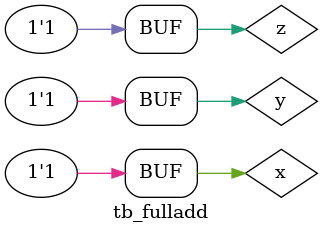
<source format=v>
`timescale 1ns/100ps//timescale ??

module tb_fulladd();//testbench module ??

reg x,y,z;//regeister value x,y,z
wire n1,n2,n3;//wire value n1,n2,n3
wire SUM,COUT;//wire value SUM,COUT

fulladd fladd(x,y,z,SUM,COUT);//?? instantation

initial
begin
		x=0;y=0;z=0;//??? ??
	#10	x=1;y=0;z=0;//10delay ? ? ??
	#10	x=0;y=1;z=0;
	#10	x=1;y=1;z=0;
	#10	x=0;y=0;z=1;
	#10	x=1;y=0;z=1;
	#10	x=0;y=1;z=1;
	#10	x=1;y=1;z=1;

end
endmodule
</source>
